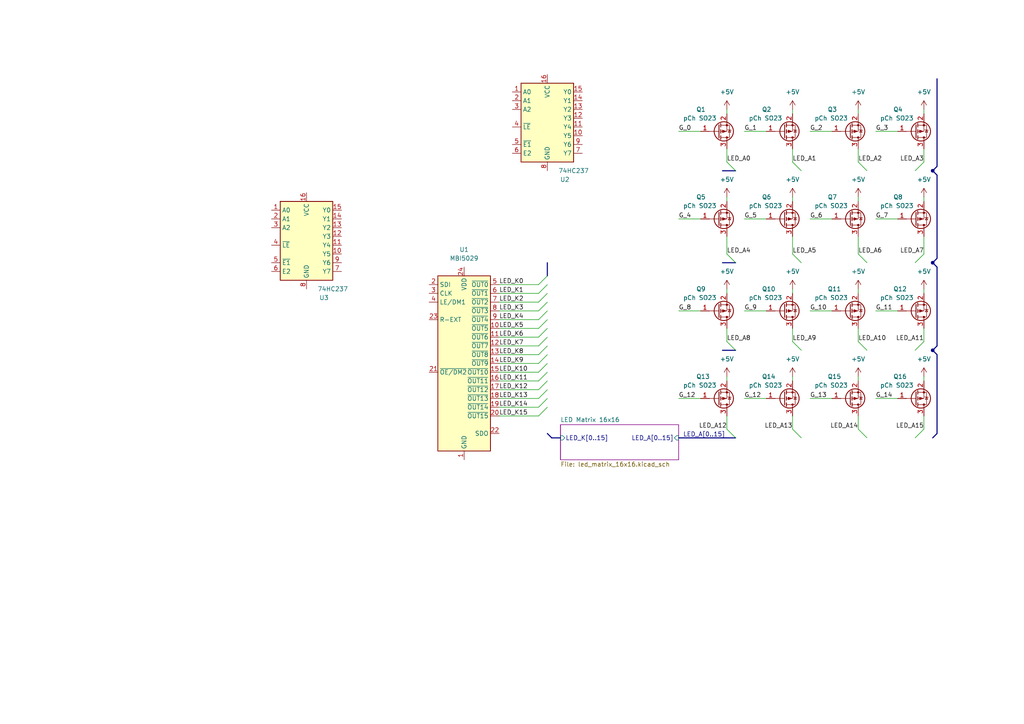
<source format=kicad_sch>
(kicad_sch (version 20210621) (generator eeschema)
  (paper "A4")
  (lib_symbols
    (symbol "74xx:74HC237"
      (property "Reference" "U" (at -7.62 13.97 0))
      (property "Value" "74HC237" (at 2.54 -11.43 0))
      (symbol "74HC237_0_1"
        (rectangle (start -7.62 12.7) (end 7.62 -10.16) (stroke (width 0.254)) (fill (type background)))
      )
      (symbol "74HC237_1_1"
        (pin input line (at -10.16 10.16 0) (length 2.54) (name "A0") (number "1"))
        (pin output line (at 10.16 -2.54 180) (length 2.54) (name "Y5") (number "10"))
        (pin output line (at 10.16 0 180) (length 2.54) (name "Y4") (number "11"))
        (pin output line (at 10.16 2.54 180) (length 2.54) (name "Y3") (number "12"))
        (pin output line (at 10.16 5.08 180) (length 2.54) (name "Y2") (number "13"))
        (pin output line (at 10.16 7.62 180) (length 2.54) (name "Y1") (number "14"))
        (pin output line (at 10.16 10.16 180) (length 2.54) (name "Y0") (number "15"))
        (pin power_in line (at 0 15.24 270) (length 2.54) (name "VCC") (number "16"))
        (pin input line (at -10.16 7.62 0) (length 2.54) (name "A1") (number "2"))
        (pin input line (at -10.16 5.08 0) (length 2.54) (name "A2") (number "3"))
        (pin input line (at -10.16 0 0) (length 2.54) (name "~{LE}") (number "4"))
        (pin input line (at -10.16 -5.08 0) (length 2.54) (name "~{E1}") (number "5"))
        (pin input line (at -10.16 -7.62 0) (length 2.54) (name "E2") (number "6"))
        (pin output line (at 10.16 -7.62 180) (length 2.54) (name "Y7") (number "7"))
        (pin power_in line (at 0 -12.7 90) (length 2.54) (name "GND") (number "8"))
        (pin output line (at 10.16 -5.08 180) (length 2.54) (name "Y6") (number "9"))
      )
    )
    (symbol "Driver_LED:STP16CP05"
      (property "Reference" "U" (at -7.62 26.67 0))
      (property "Value" "STP16CP05" (at 1.27 26.67 0))
      (symbol "STP16CP05_0_1"
        (rectangle (start -7.62 25.4) (end 7.62 -25.4) (stroke (width 0.254)) (fill (type background)))
      )
      (symbol "STP16CP05_1_1"
        (pin power_in line (at 0 -27.94 90) (length 2.54) (name "GND") (number "1"))
        (pin output line (at 10.16 10.16 180) (length 2.54) (name "~{OUT5}") (number "10"))
        (pin output line (at 10.16 7.62 180) (length 2.54) (name "~{OUT6}") (number "11"))
        (pin output line (at 10.16 5.08 180) (length 2.54) (name "~{OUT7}") (number "12"))
        (pin output line (at 10.16 2.54 180) (length 2.54) (name "~{OUT8}") (number "13"))
        (pin output line (at 10.16 0 180) (length 2.54) (name "~{OUT9}") (number "14"))
        (pin output line (at 10.16 -2.54 180) (length 2.54) (name "~{OUT10}") (number "15"))
        (pin output line (at 10.16 -5.08 180) (length 2.54) (name "~{OUT11}") (number "16"))
        (pin output line (at 10.16 -7.62 180) (length 2.54) (name "~{OUT12}") (number "17"))
        (pin output line (at 10.16 -10.16 180) (length 2.54) (name "~{OUT13}") (number "18"))
        (pin output line (at 10.16 -12.7 180) (length 2.54) (name "~{OUT14}") (number "19"))
        (pin input line (at -10.16 22.86 0) (length 2.54) (name "SDI") (number "2"))
        (pin output line (at 10.16 -15.24 180) (length 2.54) (name "~{OUT15}") (number "20"))
        (pin input line (at -10.16 -2.54 0) (length 2.54) (name "~{OE/DM2}") (number "21"))
        (pin output line (at 10.16 -20.32 180) (length 2.54) (name "SDO") (number "22"))
        (pin passive line (at -10.16 12.7 0) (length 2.54) (name "R-EXT") (number "23"))
        (pin power_in line (at 0 27.94 270) (length 2.54) (name "VDD") (number "24"))
        (pin input line (at -10.16 20.32 0) (length 2.54) (name "CLK") (number "3"))
        (pin input line (at -10.16 17.78 0) (length 2.54) (name "LE/DM1") (number "4"))
        (pin output line (at 10.16 22.86 180) (length 2.54) (name "~{OUT0}") (number "5"))
        (pin output line (at 10.16 20.32 180) (length 2.54) (name "~{OUT1}") (number "6"))
        (pin output line (at 10.16 17.78 180) (length 2.54) (name "~{OUT2}") (number "7"))
        (pin output line (at 10.16 15.24 180) (length 2.54) (name "~{OUT3}") (number "8"))
        (pin output line (at 10.16 12.7 180) (length 2.54) (name "~{OUT4}") (number "9"))
      )
    )
    (symbol "Transistor_FET:AO3401A" (pin_names hide)
      (property "Reference" "Q" (at 5.08 1.905 0))
      (property "Value" "AO3401A" (at 5.08 0 0))
      (symbol "AO3401A_0_1"
        (circle (center 1.651 0) (radius 2.794) (stroke (width 0.254)))
        (circle (center 2.54 -1.778) (radius 0.254) (fill (type outline)))
        (circle (center 2.54 1.778) (radius 0.254) (fill (type outline)))
        (polyline (pts (xy 0.254 0) (xy -2.54 0)))
        (polyline (pts (xy 0.254 1.905) (xy 0.254 -1.905)) (stroke (width 0.254)))
        (polyline (pts (xy 0.762 -1.27) (xy 0.762 -2.286)) (stroke (width 0.254)))
        (polyline (pts (xy 0.762 0.508) (xy 0.762 -0.508)) (stroke (width 0.254)))
        (polyline (pts (xy 0.762 2.286) (xy 0.762 1.27)) (stroke (width 0.254)))
        (polyline (pts (xy 2.54 2.54) (xy 2.54 1.778)))
        (polyline (pts (xy 2.54 -2.54) (xy 2.54 0) (xy 0.762 0)))
        (polyline (pts (xy 0.762 1.778) (xy 3.302 1.778) (xy 3.302 -1.778) (xy 0.762 -1.778)))
        (polyline (pts (xy 2.794 -0.508) (xy 2.921 -0.381) (xy 3.683 -0.381) (xy 3.81 -0.254)))
        (polyline (pts (xy 3.302 -0.381) (xy 2.921 0.254) (xy 3.683 0.254) (xy 3.302 -0.381)))
        (polyline (pts (xy 2.286 0) (xy 1.27 0.381) (xy 1.27 -0.381) (xy 2.286 0)) (fill (type outline)))
      )
      (symbol "AO3401A_1_1"
        (pin input line (at -5.08 0 0) (length 2.54) (name "G") (number "1"))
        (pin passive line (at 2.54 -5.08 90) (length 2.54) (name "S") (number "2"))
        (pin passive line (at 2.54 5.08 270) (length 2.54) (name "D") (number "3"))
      )
    )
    (symbol "power:+5V" (power) (pin_names (offset 0))
      (property "Value" "+5V" (at 0 3.556 0))
      (symbol "+5V_0_1"
        (polyline (pts (xy -0.762 1.27) (xy 0 2.54)))
        (polyline (pts (xy 0 0) (xy 0 2.54)))
        (polyline (pts (xy 0 2.54) (xy 0.762 1.27)))
      )
      (symbol "+5V_1_1"
        (pin power_in line (at 0 0 90) (length 0) hide (name "+5V") (number "1"))
      )
    )
  )
  (junction (at 270.51 49.53) (diameter 0.9144))
  (junction (at 270.51 76.2) (diameter 0.9144))
  (junction (at 270.51 101.6) (diameter 0.9144))
  (bus_entry (at 158.75 80.01) (size -2.54 2.54))
  (bus_entry (at 158.75 82.55) (size -2.54 2.54))
  (bus_entry (at 158.75 85.09) (size -2.54 2.54))
  (bus_entry (at 158.75 87.63) (size -2.54 2.54))
  (bus_entry (at 158.75 90.17) (size -2.54 2.54))
  (bus_entry (at 158.75 92.71) (size -2.54 2.54))
  (bus_entry (at 158.75 95.25) (size -2.54 2.54))
  (bus_entry (at 158.75 97.79) (size -2.54 2.54))
  (bus_entry (at 158.75 100.33) (size -2.54 2.54))
  (bus_entry (at 158.75 102.87) (size -2.54 2.54))
  (bus_entry (at 158.75 105.41) (size -2.54 2.54))
  (bus_entry (at 158.75 107.95) (size -2.54 2.54))
  (bus_entry (at 158.75 110.49) (size -2.54 2.54))
  (bus_entry (at 158.75 113.03) (size -2.54 2.54))
  (bus_entry (at 158.75 115.57) (size -2.54 2.54))
  (bus_entry (at 158.75 118.11) (size -2.54 2.54))
  (bus_entry (at 213.36 49.53) (size -2.54 -2.54))
  (bus_entry (at 213.36 76.2) (size -2.54 -2.54))
  (bus_entry (at 213.36 101.6) (size -2.54 -2.54))
  (bus_entry (at 213.36 127) (size -2.54 -2.54))
  (bus_entry (at 232.41 49.53) (size -2.54 -2.54))
  (bus_entry (at 232.41 76.2) (size -2.54 -2.54))
  (bus_entry (at 232.41 101.6) (size -2.54 -2.54))
  (bus_entry (at 232.41 127) (size -2.54 -2.54))
  (bus_entry (at 251.46 49.53) (size -2.54 -2.54))
  (bus_entry (at 251.46 76.2) (size -2.54 -2.54))
  (bus_entry (at 251.46 101.6) (size -2.54 -2.54))
  (bus_entry (at 251.46 127) (size -2.54 -2.54))
  (bus_entry (at 265.43 49.53) (size 2.54 -2.54))
  (bus_entry (at 265.43 76.2) (size 2.54 -2.54))
  (bus_entry (at 265.43 101.6) (size 2.54 -2.54))
  (bus_entry (at 265.43 127) (size 2.54 -2.54))
  (wire (pts (xy 156.21 82.55) (xy 144.78 82.55)))
  (wire (pts (xy 156.21 85.09) (xy 144.78 85.09)))
  (wire (pts (xy 156.21 87.63) (xy 144.78 87.63)))
  (wire (pts (xy 156.21 90.17) (xy 144.78 90.17)))
  (wire (pts (xy 156.21 92.71) (xy 144.78 92.71)))
  (wire (pts (xy 156.21 95.25) (xy 144.78 95.25)))
  (wire (pts (xy 156.21 97.79) (xy 144.78 97.79)))
  (wire (pts (xy 156.21 100.33) (xy 144.78 100.33)))
  (wire (pts (xy 156.21 102.87) (xy 144.78 102.87)))
  (wire (pts (xy 156.21 105.41) (xy 144.78 105.41)))
  (wire (pts (xy 156.21 107.95) (xy 144.78 107.95)))
  (wire (pts (xy 156.21 110.49) (xy 144.78 110.49)))
  (wire (pts (xy 156.21 113.03) (xy 144.78 113.03)))
  (wire (pts (xy 156.21 115.57) (xy 144.78 115.57)))
  (wire (pts (xy 156.21 118.11) (xy 144.78 118.11)))
  (wire (pts (xy 156.21 120.65) (xy 144.78 120.65)))
  (wire (pts (xy 196.85 38.1) (xy 203.2 38.1)))
  (wire (pts (xy 196.85 63.5) (xy 203.2 63.5)))
  (wire (pts (xy 196.85 90.17) (xy 203.2 90.17)))
  (wire (pts (xy 196.85 115.57) (xy 203.2 115.57)))
  (wire (pts (xy 210.82 31.75) (xy 210.82 33.02)))
  (wire (pts (xy 210.82 46.99) (xy 210.82 43.18)))
  (wire (pts (xy 210.82 57.15) (xy 210.82 58.42)))
  (wire (pts (xy 210.82 73.66) (xy 210.82 68.58)))
  (wire (pts (xy 210.82 83.82) (xy 210.82 85.09)))
  (wire (pts (xy 210.82 99.06) (xy 210.82 95.25)))
  (wire (pts (xy 210.82 109.22) (xy 210.82 110.49)))
  (wire (pts (xy 210.82 124.46) (xy 210.82 120.65)))
  (wire (pts (xy 215.9 38.1) (xy 222.25 38.1)))
  (wire (pts (xy 215.9 63.5) (xy 222.25 63.5)))
  (wire (pts (xy 215.9 90.17) (xy 222.25 90.17)))
  (wire (pts (xy 215.9 115.57) (xy 222.25 115.57)))
  (wire (pts (xy 229.87 31.75) (xy 229.87 33.02)))
  (wire (pts (xy 229.87 46.99) (xy 229.87 43.18)))
  (wire (pts (xy 229.87 57.15) (xy 229.87 58.42)))
  (wire (pts (xy 229.87 73.66) (xy 229.87 68.58)))
  (wire (pts (xy 229.87 83.82) (xy 229.87 85.09)))
  (wire (pts (xy 229.87 99.06) (xy 229.87 95.25)))
  (wire (pts (xy 229.87 109.22) (xy 229.87 110.49)))
  (wire (pts (xy 229.87 124.46) (xy 229.87 120.65)))
  (wire (pts (xy 234.95 38.1) (xy 241.3 38.1)))
  (wire (pts (xy 234.95 63.5) (xy 241.3 63.5)))
  (wire (pts (xy 234.95 90.17) (xy 241.3 90.17)))
  (wire (pts (xy 234.95 115.57) (xy 241.3 115.57)))
  (wire (pts (xy 248.92 31.75) (xy 248.92 33.02)))
  (wire (pts (xy 248.92 46.99) (xy 248.92 43.18)))
  (wire (pts (xy 248.92 57.15) (xy 248.92 58.42)))
  (wire (pts (xy 248.92 73.66) (xy 248.92 68.58)))
  (wire (pts (xy 248.92 83.82) (xy 248.92 85.09)))
  (wire (pts (xy 248.92 99.06) (xy 248.92 95.25)))
  (wire (pts (xy 248.92 109.22) (xy 248.92 110.49)))
  (wire (pts (xy 248.92 124.46) (xy 248.92 120.65)))
  (wire (pts (xy 254 38.1) (xy 260.35 38.1)))
  (wire (pts (xy 254 63.5) (xy 260.35 63.5)))
  (wire (pts (xy 254 90.17) (xy 260.35 90.17)))
  (wire (pts (xy 254 115.57) (xy 260.35 115.57)))
  (wire (pts (xy 267.97 31.75) (xy 267.97 33.02)))
  (wire (pts (xy 267.97 46.99) (xy 267.97 43.18)))
  (wire (pts (xy 267.97 57.15) (xy 267.97 58.42)))
  (wire (pts (xy 267.97 73.66) (xy 267.97 68.58)))
  (wire (pts (xy 267.97 83.82) (xy 267.97 85.09)))
  (wire (pts (xy 267.97 99.06) (xy 267.97 95.25)))
  (wire (pts (xy 267.97 109.22) (xy 267.97 110.49)))
  (wire (pts (xy 267.97 124.46) (xy 267.97 120.65)))
  (bus (pts (xy 158.75 76.2) (xy 158.75 125.73)))
  (bus (pts (xy 160.02 127) (xy 158.75 125.73)))
  (bus (pts (xy 162.56 127) (xy 160.02 127)))
  (bus (pts (xy 196.85 127) (xy 270.51 127)))
  (bus (pts (xy 209.55 49.53) (xy 270.51 49.53)))
  (bus (pts (xy 209.55 76.2) (xy 270.51 76.2)))
  (bus (pts (xy 209.55 101.6) (xy 270.51 101.6)))
  (bus (pts (xy 270.51 49.53) (xy 271.78 48.26)))
  (bus (pts (xy 270.51 49.53) (xy 271.78 50.8)))
  (bus (pts (xy 270.51 76.2) (xy 271.78 77.47)))
  (bus (pts (xy 270.51 101.6) (xy 271.78 102.87)))
  (bus (pts (xy 271.78 48.26) (xy 271.78 22.86)))
  (bus (pts (xy 271.78 50.8) (xy 271.78 74.93)))
  (bus (pts (xy 271.78 74.93) (xy 270.51 76.2)))
  (bus (pts (xy 271.78 77.47) (xy 271.78 100.33)))
  (bus (pts (xy 271.78 100.33) (xy 270.51 101.6)))
  (bus (pts (xy 271.78 102.87) (xy 271.78 125.73)))
  (bus (pts (xy 271.78 125.73) (xy 270.51 127)))
  (label "LED_K0" (at 144.78 82.55 0))
  (label "LED_K1" (at 144.78 85.09 0))
  (label "LED_K2" (at 144.78 87.63 0))
  (label "LED_K3" (at 144.78 90.17 0))
  (label "LED_K4" (at 144.78 92.71 0))
  (label "LED_K5" (at 144.78 95.25 0))
  (label "LED_K6" (at 144.78 97.79 0))
  (label "LED_K7" (at 144.78 100.33 0))
  (label "LED_K8" (at 144.78 102.87 0))
  (label "LED_K9" (at 144.78 105.41 0))
  (label "LED_K10" (at 144.78 107.95 0))
  (label "LED_K11" (at 144.78 110.49 0))
  (label "LED_K12" (at 144.78 113.03 0))
  (label "LED_K13" (at 144.78 115.57 0))
  (label "LED_K14" (at 144.78 118.11 0))
  (label "LED_K15" (at 144.78 120.65 0))
  (label "G_0" (at 196.85 38.1 0))
  (label "G_4" (at 196.85 63.5 0))
  (label "G_8" (at 196.85 90.17 0))
  (label "G_12" (at 196.85 115.57 0))
  (label "LED_A[0..15]" (at 198.12 127 0))
  (label "LED_A0" (at 210.82 46.99 0))
  (label "LED_A4" (at 210.82 73.66 0))
  (label "LED_A8" (at 210.82 99.06 0))
  (label "LED_A12" (at 210.82 124.46 180))
  (label "G_1" (at 215.9 38.1 0))
  (label "G_5" (at 215.9 63.5 0))
  (label "G_9" (at 215.9 90.17 0))
  (label "G_12" (at 215.9 115.57 0))
  (label "LED_A1" (at 229.87 46.99 0))
  (label "LED_A5" (at 229.87 73.66 0))
  (label "LED_A9" (at 229.87 99.06 0))
  (label "LED_A13" (at 229.87 124.46 180))
  (label "G_2" (at 234.95 38.1 0))
  (label "G_6" (at 234.95 63.5 0))
  (label "G_10" (at 234.95 90.17 0))
  (label "G_13" (at 234.95 115.57 0))
  (label "LED_A2" (at 248.92 46.99 0))
  (label "LED_A6" (at 248.92 73.66 0))
  (label "LED_A10" (at 248.92 99.06 0))
  (label "LED_A14" (at 248.92 124.46 180))
  (label "G_3" (at 254 38.1 0))
  (label "G_7" (at 254 63.5 0))
  (label "G_11" (at 254 90.17 0))
  (label "G_14" (at 254 115.57 0))
  (label "LED_A3" (at 267.97 46.99 180))
  (label "LED_A7" (at 267.97 73.66 180))
  (label "LED_A11" (at 267.97 99.06 180))
  (label "LED_A15" (at 267.97 124.46 180))
  (symbol (lib_id "power:+5V") (at 210.82 31.75 0) (unit 1)
    (property "Reference" "#PWR01" (effects hide))
    (property "Value" "+5V" (at 210.82 26.67 0))
  )
  (symbol (lib_id "power:+5V") (at 210.82 57.15 0) (unit 1)
    (property "Reference" "#PWR05" (effects hide))
    (property "Value" "+5V" (at 210.82 52.07 0))
  )
  (symbol (lib_id "power:+5V") (at 210.82 83.82 0) (unit 1)
    (property "Reference" "#PWR09" (effects hide))
    (property "Value" "+5V" (at 210.82 78.74 0))
  )
  (symbol (lib_id "power:+5V") (at 210.82 109.22 0) (unit 1)
    (property "Reference" "#PWR013" (effects hide))
    (property "Value" "+5V" (at 210.82 104.14 0))
  )
  (symbol (lib_id "power:+5V") (at 229.87 31.75 0) (unit 1)
    (property "Reference" "#PWR02" (effects hide))
    (property "Value" "+5V" (at 229.87 26.67 0))
  )
  (symbol (lib_id "power:+5V") (at 229.87 57.15 0) (unit 1)
    (property "Reference" "#PWR06" (effects hide))
    (property "Value" "+5V" (at 229.87 52.07 0))
  )
  (symbol (lib_id "power:+5V") (at 229.87 83.82 0) (unit 1)
    (property "Reference" "#PWR010" (effects hide))
    (property "Value" "+5V" (at 229.87 78.74 0))
  )
  (symbol (lib_id "power:+5V") (at 229.87 109.22 0) (unit 1)
    (property "Reference" "#PWR014" (effects hide))
    (property "Value" "+5V" (at 229.87 104.14 0))
  )
  (symbol (lib_id "power:+5V") (at 248.92 31.75 0) (unit 1)
    (property "Reference" "#PWR03" (effects hide))
    (property "Value" "+5V" (at 248.92 26.67 0))
  )
  (symbol (lib_id "power:+5V") (at 248.92 57.15 0) (unit 1)
    (property "Reference" "#PWR07" (effects hide))
    (property "Value" "+5V" (at 248.92 52.07 0))
  )
  (symbol (lib_id "power:+5V") (at 248.92 83.82 0) (unit 1)
    (property "Reference" "#PWR011" (effects hide))
    (property "Value" "+5V" (at 248.92 78.74 0))
  )
  (symbol (lib_id "power:+5V") (at 248.92 109.22 0) (unit 1)
    (property "Reference" "#PWR015" (effects hide))
    (property "Value" "+5V" (at 248.92 104.14 0))
  )
  (symbol (lib_id "power:+5V") (at 267.97 31.75 0) (unit 1)
    (property "Reference" "#PWR04" (effects hide))
    (property "Value" "+5V" (at 267.97 26.67 0))
  )
  (symbol (lib_id "power:+5V") (at 267.97 57.15 0) (unit 1)
    (property "Reference" "#PWR08" (effects hide))
    (property "Value" "+5V" (at 267.97 52.07 0))
  )
  (symbol (lib_id "power:+5V") (at 267.97 83.82 0) (unit 1)
    (property "Reference" "#PWR012" (effects hide))
    (property "Value" "+5V" (at 267.97 78.74 0))
  )
  (symbol (lib_id "power:+5V") (at 267.97 109.22 0) (unit 1)
    (property "Reference" "#PWR016" (effects hide))
    (property "Value" "+5V" (at 267.97 104.14 0))
  )
  (symbol (lib_id "Transistor_FET:AO3401A") (at 208.28 38.1 0) (mirror x) (unit 1)
    (property "Reference" "Q1" (at 201.93 31.7499 0) (effects (justify left)))
    (property "Value" "pCh SO23" (at 198.12 34.2899 0) (effects (justify left)))
    (property "Footprint" "Package_TO_SOT_SMD:SOT-23" (effects hide))
    (property "Datasheet" "http://www.aosmd.com/pdfs/datasheet/AO3401A.pdf" (effects hide))
  )
  (symbol (lib_id "Transistor_FET:AO3401A") (at 208.28 63.5 0) (mirror x) (unit 1)
    (property "Reference" "Q5" (at 201.93 57.1499 0) (effects (justify left)))
    (property "Value" "pCh SO23" (at 198.12 59.6899 0) (effects (justify left)))
    (property "Footprint" "Package_TO_SOT_SMD:SOT-23" (effects hide))
    (property "Datasheet" "http://www.aosmd.com/pdfs/datasheet/AO3401A.pdf" (effects hide))
  )
  (symbol (lib_id "Transistor_FET:AO3401A") (at 208.28 90.17 0) (mirror x) (unit 1)
    (property "Reference" "Q9" (at 201.93 83.8199 0) (effects (justify left)))
    (property "Value" "pCh SO23" (at 198.12 86.3599 0) (effects (justify left)))
    (property "Footprint" "Package_TO_SOT_SMD:SOT-23" (effects hide))
    (property "Datasheet" "http://www.aosmd.com/pdfs/datasheet/AO3401A.pdf" (effects hide))
  )
  (symbol (lib_id "Transistor_FET:AO3401A") (at 208.28 115.57 0) (mirror x) (unit 1)
    (property "Reference" "Q13" (at 201.93 109.2199 0) (effects (justify left)))
    (property "Value" "pCh SO23" (at 198.12 111.7599 0) (effects (justify left)))
    (property "Footprint" "Package_TO_SOT_SMD:SOT-23" (effects hide))
    (property "Datasheet" "http://www.aosmd.com/pdfs/datasheet/AO3401A.pdf" (effects hide))
  )
  (symbol (lib_id "Transistor_FET:AO3401A") (at 227.33 38.1 0) (mirror x) (unit 1)
    (property "Reference" "Q2" (at 220.98 31.7499 0) (effects (justify left)))
    (property "Value" "pCh SO23" (at 217.17 34.2899 0) (effects (justify left)))
    (property "Footprint" "Package_TO_SOT_SMD:SOT-23" (effects hide))
    (property "Datasheet" "http://www.aosmd.com/pdfs/datasheet/AO3401A.pdf" (effects hide))
  )
  (symbol (lib_id "Transistor_FET:AO3401A") (at 227.33 63.5 0) (mirror x) (unit 1)
    (property "Reference" "Q6" (at 220.98 57.1499 0) (effects (justify left)))
    (property "Value" "pCh SO23" (at 217.17 59.6899 0) (effects (justify left)))
    (property "Footprint" "Package_TO_SOT_SMD:SOT-23" (effects hide))
    (property "Datasheet" "http://www.aosmd.com/pdfs/datasheet/AO3401A.pdf" (effects hide))
  )
  (symbol (lib_id "Transistor_FET:AO3401A") (at 227.33 90.17 0) (mirror x) (unit 1)
    (property "Reference" "Q10" (at 220.98 83.8199 0) (effects (justify left)))
    (property "Value" "pCh SO23" (at 217.17 86.3599 0) (effects (justify left)))
    (property "Footprint" "Package_TO_SOT_SMD:SOT-23" (effects hide))
    (property "Datasheet" "http://www.aosmd.com/pdfs/datasheet/AO3401A.pdf" (effects hide))
  )
  (symbol (lib_id "Transistor_FET:AO3401A") (at 227.33 115.57 0) (mirror x) (unit 1)
    (property "Reference" "Q14" (at 220.98 109.2199 0) (effects (justify left)))
    (property "Value" "pCh SO23" (at 217.17 111.7599 0) (effects (justify left)))
    (property "Footprint" "Package_TO_SOT_SMD:SOT-23" (effects hide))
    (property "Datasheet" "http://www.aosmd.com/pdfs/datasheet/AO3401A.pdf" (effects hide))
  )
  (symbol (lib_id "Transistor_FET:AO3401A") (at 246.38 38.1 0) (mirror x) (unit 1)
    (property "Reference" "Q3" (at 240.03 31.7499 0) (effects (justify left)))
    (property "Value" "pCh SO23" (at 236.22 34.2899 0) (effects (justify left)))
    (property "Footprint" "Package_TO_SOT_SMD:SOT-23" (effects hide))
    (property "Datasheet" "http://www.aosmd.com/pdfs/datasheet/AO3401A.pdf" (effects hide))
  )
  (symbol (lib_id "Transistor_FET:AO3401A") (at 246.38 63.5 0) (mirror x) (unit 1)
    (property "Reference" "Q7" (at 240.03 57.1499 0) (effects (justify left)))
    (property "Value" "pCh SO23" (at 236.22 59.6899 0) (effects (justify left)))
    (property "Footprint" "Package_TO_SOT_SMD:SOT-23" (effects hide))
    (property "Datasheet" "http://www.aosmd.com/pdfs/datasheet/AO3401A.pdf" (effects hide))
  )
  (symbol (lib_id "Transistor_FET:AO3401A") (at 246.38 90.17 0) (mirror x) (unit 1)
    (property "Reference" "Q11" (at 240.03 83.8199 0) (effects (justify left)))
    (property "Value" "pCh SO23" (at 236.22 86.3599 0) (effects (justify left)))
    (property "Footprint" "Package_TO_SOT_SMD:SOT-23" (effects hide))
    (property "Datasheet" "http://www.aosmd.com/pdfs/datasheet/AO3401A.pdf" (effects hide))
  )
  (symbol (lib_id "Transistor_FET:AO3401A") (at 246.38 115.57 0) (mirror x) (unit 1)
    (property "Reference" "Q15" (at 240.03 109.2199 0) (effects (justify left)))
    (property "Value" "pCh SO23" (at 236.22 111.7599 0) (effects (justify left)))
    (property "Footprint" "Package_TO_SOT_SMD:SOT-23" (effects hide))
    (property "Datasheet" "http://www.aosmd.com/pdfs/datasheet/AO3401A.pdf" (effects hide))
  )
  (symbol (lib_id "Transistor_FET:AO3401A") (at 265.43 38.1 0) (mirror x) (unit 1)
    (property "Reference" "Q4" (at 259.08 31.7499 0) (effects (justify left)))
    (property "Value" "pCh SO23" (at 255.27 34.2899 0) (effects (justify left)))
    (property "Footprint" "Package_TO_SOT_SMD:SOT-23" (effects hide))
    (property "Datasheet" "http://www.aosmd.com/pdfs/datasheet/AO3401A.pdf" (effects hide))
  )
  (symbol (lib_id "Transistor_FET:AO3401A") (at 265.43 63.5 0) (mirror x) (unit 1)
    (property "Reference" "Q8" (at 259.08 57.1499 0) (effects (justify left)))
    (property "Value" "pCh SO23" (at 255.27 59.6899 0) (effects (justify left)))
    (property "Footprint" "Package_TO_SOT_SMD:SOT-23" (effects hide))
    (property "Datasheet" "http://www.aosmd.com/pdfs/datasheet/AO3401A.pdf" (effects hide))
  )
  (symbol (lib_id "Transistor_FET:AO3401A") (at 265.43 90.17 0) (mirror x) (unit 1)
    (property "Reference" "Q12" (at 259.08 83.8199 0) (effects (justify left)))
    (property "Value" "pCh SO23" (at 255.27 86.3599 0) (effects (justify left)))
    (property "Footprint" "Package_TO_SOT_SMD:SOT-23" (effects hide))
    (property "Datasheet" "http://www.aosmd.com/pdfs/datasheet/AO3401A.pdf" (effects hide))
  )
  (symbol (lib_id "Transistor_FET:AO3401A") (at 265.43 115.57 0) (mirror x) (unit 1)
    (property "Reference" "Q16" (at 259.08 109.2199 0) (effects (justify left)))
    (property "Value" "pCh SO23" (at 255.27 111.7599 0) (effects (justify left)))
    (property "Footprint" "Package_TO_SOT_SMD:SOT-23" (effects hide))
    (property "Datasheet" "http://www.aosmd.com/pdfs/datasheet/AO3401A.pdf" (effects hide))
  )
  (symbol (lib_id "74xx:74HC237") (at 88.9 71.12 0) (unit 1)
    (property "Reference" "U3" (at 93.98 86.36 0))
    (property "Value" "74HC237" (at 96.52 83.82 0))
    (property "Footprint" "Package_SO:SOIC-16_3.9x9.9mm_P1.27mm" (effects hide))
    (property "Datasheet" "http://www.ti.com/lit/ds/symlink/cd74hc237.pdf" (effects hide))
  )
  (symbol (lib_id "74xx:74HC237") (at 158.75 36.83 0) (unit 1)
    (property "Reference" "U2" (at 163.83 52.07 0))
    (property "Value" "74HC237" (at 166.37 49.53 0))
    (property "Footprint" "Package_SO:SOIC-16_3.9x9.9mm_P1.27mm" (effects hide))
    (property "Datasheet" "http://www.ti.com/lit/ds/symlink/cd74hc237.pdf" (effects hide))
  )
  (symbol (lib_id "Driver_LED:STP16CP05") (at 134.62 105.41 0) (unit 1)
    (property "Reference" "U1" (at 134.62 72.39 0))
    (property "Value" "MBI5029" (at 134.62 74.93 0))
    (property "Footprint" "Package_SO:SO-24_5.3x15mm_P1.27mm" (effects hide))
    (property "Datasheet" "https://www.neumueller.com/datenblatt/macroblock/MBI5029_X.pdf" (effects hide))
  )
  (sheet (at 162.56 123.19) (size 34.29 10.16) (stroke (width 0.1524) (color 132 0 132 1)) (fill (color 255 255 255 0.0000))
    (property "Sheet name" "LED Matrix 16x16" (at 162.56 122.4784 0) (effects (justify left bottom)))
    (property "Sheet file" "led_matrix_16x16.kicad_sch" (at 162.56 133.9346 0) (effects (justify left top)))
    (pin "LED_K[0..15]" input (at 162.56 127 180))
    (pin "LED_A[0..15]" input (at 196.85 127 0))
  )
)
</source>
